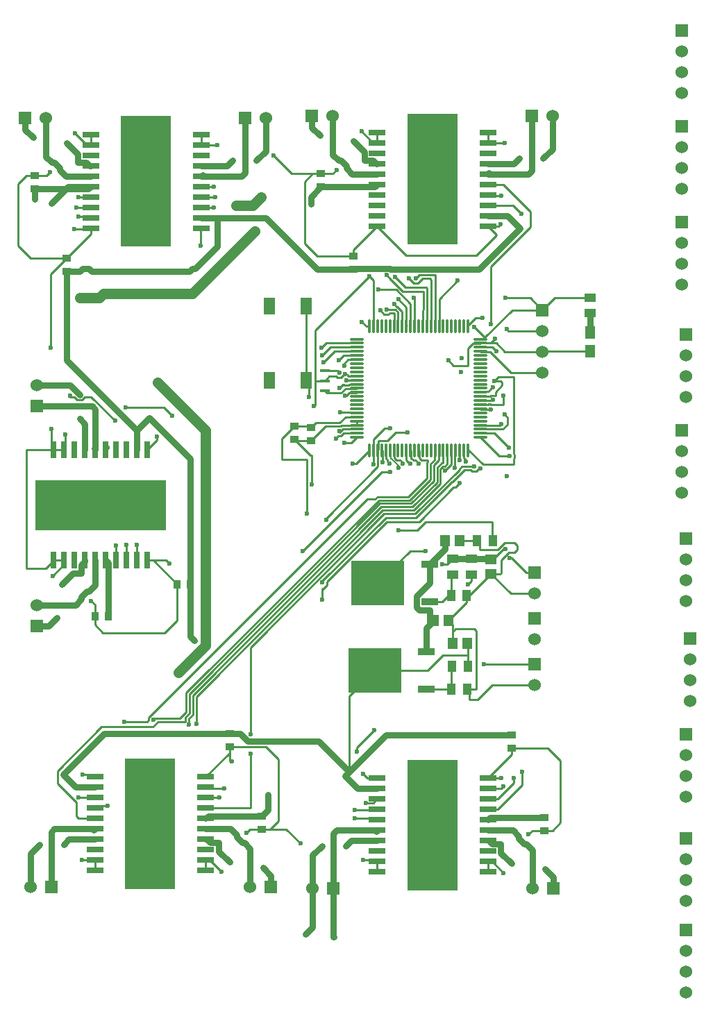
<source format=gtl>
G04 Layer_Physical_Order=1*
G04 Layer_Color=255*
%FSLAX25Y25*%
%MOIN*%
G70*
G01*
G75*
%ADD10R,0.03937X0.03543*%
%ADD11R,0.24400X0.63000*%
%ADD12R,0.08300X0.02500*%
%ADD13R,0.25590X0.21654*%
%ADD14R,0.08268X0.03740*%
%ADD15O,0.07087X0.01181*%
%ADD16O,0.01181X0.07087*%
%ADD17R,0.63000X0.24400*%
%ADD18R,0.02500X0.08300*%
%ADD19R,0.04528X0.05709*%
%ADD20R,0.04134X0.05512*%
%ADD21R,0.05512X0.04134*%
%ADD22R,0.05709X0.04528*%
%ADD23R,0.03543X0.03937*%
%ADD24R,0.04724X0.01575*%
%ADD25R,0.05512X0.08268*%
%ADD26R,0.05000X0.06000*%
%ADD27C,0.00984*%
%ADD28C,0.01000*%
%ADD29C,0.00800*%
%ADD30C,0.03000*%
%ADD31C,0.05000*%
%ADD32R,0.06000X0.06000*%
%ADD33C,0.06000*%
%ADD34R,0.06000X0.06000*%
%ADD35C,0.02362*%
D10*
X233000Y188150D02*
D03*
Y181850D02*
D03*
X154800Y410350D02*
D03*
Y416650D02*
D03*
X139300Y449850D02*
D03*
Y456150D02*
D03*
X276900Y450850D02*
D03*
Y457150D02*
D03*
X292400Y411350D02*
D03*
Y417650D02*
D03*
X272000Y328850D02*
D03*
Y335150D02*
D03*
X264000Y329701D02*
D03*
Y336000D02*
D03*
X248500Y148650D02*
D03*
Y142350D02*
D03*
X368500Y187500D02*
D03*
Y181201D02*
D03*
X384000Y148000D02*
D03*
Y141701D02*
D03*
D11*
X330500Y454500D02*
D03*
X192900Y453500D02*
D03*
X330400Y144350D02*
D03*
X194900Y145000D02*
D03*
D12*
X357100Y477000D02*
D03*
Y472000D02*
D03*
Y467000D02*
D03*
Y462000D02*
D03*
Y457000D02*
D03*
Y452000D02*
D03*
Y447000D02*
D03*
Y442000D02*
D03*
Y437000D02*
D03*
Y432000D02*
D03*
X303900D02*
D03*
Y437000D02*
D03*
Y442000D02*
D03*
Y447000D02*
D03*
Y452000D02*
D03*
Y457000D02*
D03*
Y462000D02*
D03*
Y467000D02*
D03*
Y472000D02*
D03*
Y477000D02*
D03*
X219500Y476000D02*
D03*
Y471000D02*
D03*
Y466000D02*
D03*
Y461000D02*
D03*
Y456000D02*
D03*
Y451000D02*
D03*
Y446000D02*
D03*
Y441000D02*
D03*
Y436000D02*
D03*
Y431000D02*
D03*
X166300D02*
D03*
Y436000D02*
D03*
Y441000D02*
D03*
Y446000D02*
D03*
Y451000D02*
D03*
Y456000D02*
D03*
Y461000D02*
D03*
Y466000D02*
D03*
Y471000D02*
D03*
Y476000D02*
D03*
X303800Y121850D02*
D03*
Y126850D02*
D03*
Y131850D02*
D03*
Y136850D02*
D03*
Y141850D02*
D03*
Y146850D02*
D03*
Y151850D02*
D03*
Y156850D02*
D03*
Y161850D02*
D03*
Y166850D02*
D03*
X357000D02*
D03*
Y161850D02*
D03*
Y156850D02*
D03*
Y151850D02*
D03*
Y146850D02*
D03*
Y141850D02*
D03*
Y136850D02*
D03*
Y131850D02*
D03*
Y126850D02*
D03*
Y121850D02*
D03*
X168300Y122500D02*
D03*
Y127500D02*
D03*
Y132500D02*
D03*
Y137500D02*
D03*
Y142500D02*
D03*
Y147500D02*
D03*
Y152500D02*
D03*
Y157500D02*
D03*
Y162500D02*
D03*
Y167500D02*
D03*
X221500D02*
D03*
Y162500D02*
D03*
Y157500D02*
D03*
Y152500D02*
D03*
Y147500D02*
D03*
Y142500D02*
D03*
Y137500D02*
D03*
Y132500D02*
D03*
Y127500D02*
D03*
Y122500D02*
D03*
D13*
X302740Y218524D02*
D03*
X304240Y260524D02*
D03*
D14*
X327543Y227500D02*
D03*
Y209547D02*
D03*
X329043Y269500D02*
D03*
Y251547D02*
D03*
D15*
X294051Y377776D02*
D03*
Y375807D02*
D03*
Y373839D02*
D03*
Y371870D02*
D03*
Y369902D02*
D03*
Y367933D02*
D03*
Y365965D02*
D03*
Y363996D02*
D03*
Y362028D02*
D03*
Y360059D02*
D03*
Y358090D02*
D03*
Y356122D02*
D03*
Y354153D02*
D03*
Y352185D02*
D03*
Y350217D02*
D03*
Y348248D02*
D03*
Y346280D02*
D03*
Y344311D02*
D03*
Y342342D02*
D03*
Y340374D02*
D03*
Y338405D02*
D03*
Y336437D02*
D03*
Y334469D02*
D03*
Y332500D02*
D03*
Y330532D02*
D03*
X353500D02*
D03*
Y332500D02*
D03*
Y334469D02*
D03*
Y336437D02*
D03*
Y338405D02*
D03*
Y340374D02*
D03*
Y342342D02*
D03*
Y344311D02*
D03*
Y346280D02*
D03*
Y348248D02*
D03*
Y350217D02*
D03*
Y352185D02*
D03*
Y354153D02*
D03*
Y356122D02*
D03*
Y358090D02*
D03*
Y360059D02*
D03*
Y362028D02*
D03*
Y363996D02*
D03*
Y365965D02*
D03*
Y367933D02*
D03*
Y369902D02*
D03*
Y371870D02*
D03*
Y373839D02*
D03*
Y375807D02*
D03*
Y377776D02*
D03*
D16*
X300153Y324429D02*
D03*
X302122D02*
D03*
X304090D02*
D03*
X306059D02*
D03*
X308028D02*
D03*
X309996D02*
D03*
X311965D02*
D03*
X313933D02*
D03*
X315902D02*
D03*
X317870D02*
D03*
X319839D02*
D03*
X321807D02*
D03*
X323776D02*
D03*
X325744D02*
D03*
X327713D02*
D03*
X329681D02*
D03*
X331650D02*
D03*
X333618D02*
D03*
X335587D02*
D03*
X337555D02*
D03*
X339524D02*
D03*
X341492D02*
D03*
X343461D02*
D03*
X345429D02*
D03*
X347398D02*
D03*
Y383878D02*
D03*
X345429D02*
D03*
X343461D02*
D03*
X341492D02*
D03*
X339524D02*
D03*
X337555D02*
D03*
X335587D02*
D03*
X333618D02*
D03*
X331650D02*
D03*
X329681D02*
D03*
X327713D02*
D03*
X325744D02*
D03*
X323776D02*
D03*
X321807D02*
D03*
X319839D02*
D03*
X317870D02*
D03*
X315902D02*
D03*
X313933D02*
D03*
X311965D02*
D03*
X309996D02*
D03*
X308028D02*
D03*
X306059D02*
D03*
X304090D02*
D03*
X302122D02*
D03*
X300153D02*
D03*
D17*
X171000Y298100D02*
D03*
D18*
X148500Y324700D02*
D03*
X153500D02*
D03*
X158500D02*
D03*
X163500D02*
D03*
X168500D02*
D03*
X173500D02*
D03*
X178500D02*
D03*
X183500D02*
D03*
X188500D02*
D03*
X193500D02*
D03*
Y271500D02*
D03*
X188500D02*
D03*
X183500D02*
D03*
X178500D02*
D03*
X173500D02*
D03*
X168500D02*
D03*
X163500D02*
D03*
X158500D02*
D03*
X153500D02*
D03*
X148500D02*
D03*
D19*
X347043Y231500D02*
D03*
X339957D02*
D03*
X331043Y242500D02*
D03*
X338130D02*
D03*
X336500Y281000D02*
D03*
X343587D02*
D03*
D20*
X339803Y220500D02*
D03*
X347284D02*
D03*
X347043Y209500D02*
D03*
X339563D02*
D03*
X346783Y254500D02*
D03*
X339303D02*
D03*
X359283Y281000D02*
D03*
X351803D02*
D03*
D21*
X349043Y264760D02*
D03*
Y272240D02*
D03*
X340043Y264760D02*
D03*
Y272240D02*
D03*
X406000Y397740D02*
D03*
Y390260D02*
D03*
D22*
X358543Y272043D02*
D03*
Y264957D02*
D03*
D23*
X174650Y244500D02*
D03*
X168350D02*
D03*
X214150Y260000D02*
D03*
X207850D02*
D03*
D24*
X278634Y353016D02*
D03*
Y357740D02*
D03*
Y362465D02*
D03*
D25*
X269905Y393653D02*
D03*
Y357827D02*
D03*
X252189D02*
D03*
Y393653D02*
D03*
D26*
X406000Y381000D02*
D03*
Y372000D02*
D03*
D27*
X292500Y417500D02*
Y420600D01*
X288910Y358090D02*
X294051D01*
X359087Y271500D02*
X365142Y277555D01*
X346500Y318969D02*
Y319715D01*
X343110Y319500D02*
X343500D01*
X354715Y317500D02*
X369500D01*
X347786Y324429D02*
X354715Y317500D01*
X362531Y321500D02*
X367500D01*
X369773Y320558D02*
Y322442D01*
X369500Y320285D02*
X369773Y320558D01*
X369500Y317500D02*
Y320285D01*
X353500Y330532D02*
X362531Y321500D01*
X369500Y322715D02*
X369773Y322442D01*
X279500Y291785D02*
X304273Y316558D01*
Y318442D01*
X304273Y318442D02*
X304273Y318442D01*
X304273Y318442D02*
Y319488D01*
X302000Y317500D02*
Y324307D01*
X279500Y291000D02*
Y291785D01*
X304273Y319488D02*
X304273Y319488D01*
X302000Y324307D02*
X302122Y324429D01*
X304273Y319488D02*
Y324247D01*
X358339Y375807D02*
X360500Y377969D01*
X288000Y365000D02*
Y366000D01*
X357000Y151850D02*
X361850D01*
X373500Y163500D01*
Y170000D01*
X369500Y322715D02*
Y359500D01*
X274000Y357500D02*
Y382000D01*
X300000Y408000D01*
X303900Y472000D02*
Y477000D01*
X166300Y471000D02*
Y476000D01*
X305500Y391500D02*
X307273Y389727D01*
X304090Y324429D02*
X304273Y324247D01*
X347500Y364968D02*
Y373171D01*
X365500Y277000D02*
Y277197D01*
X365142Y277555D02*
X365500Y277197D01*
X367500Y272500D02*
X368500D01*
X375500Y265500D01*
X358543Y272043D02*
X359087Y271500D01*
X337303Y269500D02*
X340043Y272240D01*
X335000Y269500D02*
X337303D01*
X296500Y386000D02*
X298622Y383878D01*
X300153D01*
X362000Y359500D02*
X369500D01*
X347398Y324429D02*
X347786D01*
X288910Y358090D02*
X289000Y358000D01*
X288735Y354127D02*
X294024D01*
X294051Y354153D01*
X286576Y351967D02*
X288735Y354127D01*
X342824Y320293D02*
X343461Y320929D01*
X342824Y319786D02*
Y320293D01*
X345429Y320786D02*
X346500Y319715D01*
X345429Y320786D02*
Y324429D01*
X342824Y319786D02*
X343110Y319500D01*
X290401Y351899D02*
X293765D01*
X289416Y350914D02*
X290401Y351899D01*
X219500Y446000D02*
X226000D01*
X274240Y357740D02*
X278634D01*
X274000Y357500D02*
X274240Y357740D01*
X274000Y346000D02*
Y357500D01*
X273500Y345500D02*
X274000Y346000D01*
X360000Y357500D02*
X362000Y359500D01*
X359248Y348248D02*
X359500Y348500D01*
X359130Y373839D02*
X361000Y371969D01*
X361161Y375807D02*
X365228Y371740D01*
X358339Y375807D02*
X361161D01*
X178500Y271500D02*
Y278500D01*
X183500Y271500D02*
Y279000D01*
X360572Y350642D02*
X360643D01*
X360442Y350773D02*
X360572Y350642D01*
X358558Y350773D02*
X360442D01*
X358002Y350217D02*
X358558Y350773D01*
X353500Y350217D02*
X358002D01*
X353500Y348248D02*
X359248D01*
X359000Y354500D02*
X359500D01*
X358135Y353635D02*
X359000Y354500D01*
X363727Y355512D02*
Y357000D01*
X360643Y352428D02*
X363727Y355512D01*
X360643Y350642D02*
Y352428D01*
X358135Y353457D02*
Y353635D01*
X357150Y352471D02*
X358135Y353457D01*
X353786Y352471D02*
X357150D01*
X353500Y352185D02*
X353786Y352471D01*
X360000Y357500D02*
X363227D01*
X363727Y357000D01*
X369000Y442000D02*
X373000Y438000D01*
X357100Y442000D02*
X369000D01*
X357100Y432000D02*
X362000D01*
X363000Y433000D01*
X357100Y472000D02*
X365000D01*
X357100D02*
Y477000D01*
X377287Y397500D02*
X383047Y391740D01*
X365500Y397500D02*
X377287D01*
X321500D02*
X321807Y397193D01*
Y383878D02*
Y397193D01*
X304500Y401500D02*
X304511Y401511D01*
X313011D01*
X319839Y394684D01*
Y383878D02*
Y394684D01*
X314000Y397000D02*
X317870Y393130D01*
Y383878D02*
Y393130D01*
X312000Y394500D02*
X313113Y393387D01*
X313563D01*
X315902Y391049D01*
Y383878D02*
Y391049D01*
X308697Y391803D02*
X312907D01*
X309442Y389727D02*
X309934Y390219D01*
X312250D01*
Y384164D02*
Y390219D01*
X308500Y392000D02*
X308697Y391803D01*
X307273Y389727D02*
X309442D01*
X312907Y391803D02*
X313933Y390777D01*
Y383878D02*
Y390777D01*
X219500Y441000D02*
X225500D01*
X165800Y436500D02*
X166300Y436000D01*
X160500Y436500D02*
X165800D01*
X159500Y441000D02*
X166300D01*
X160500Y446000D02*
X166300D01*
X317870Y383878D02*
X318156Y384164D01*
X311965Y383878D02*
X312250Y384164D01*
X288000Y366000D02*
X289933Y367933D01*
X287902Y369902D02*
X294051D01*
X285500Y367500D02*
X287902Y369902D01*
X289933Y367933D02*
X294051D01*
X365228Y371740D02*
X383047D01*
X304090Y324429D02*
X304376Y324715D01*
Y329065D01*
X308726D01*
X312630Y332968D01*
X318500D01*
X302122Y324429D02*
Y329591D01*
X307500Y334968D01*
X310000D01*
X343461Y320929D02*
Y324429D01*
X353500Y375807D02*
X358339D01*
X353500Y373839D02*
X359130D01*
X302122Y383878D02*
Y390846D01*
X302000Y390968D02*
X302122Y390846D01*
X284692Y351967D02*
X286576D01*
X284691Y351969D02*
X284692Y351967D01*
X279681Y351969D02*
X284691D01*
X278634Y353016D02*
X279681Y351969D01*
X269905Y357827D02*
X271000Y356732D01*
Y349969D02*
Y356732D01*
X286000Y342469D02*
X293925D01*
X294051Y342342D01*
X293765Y351899D02*
X294051Y352185D01*
X289416Y350884D02*
Y350914D01*
X289000Y350468D02*
X289416Y350884D01*
X288500Y350468D02*
X289000D01*
X340500Y364968D02*
X347500D01*
Y373171D02*
X349850Y375521D01*
X353214D01*
X353500Y375807D01*
X338000Y367469D02*
X340500Y364968D01*
X375500Y265500D02*
X379500D01*
X304240Y260524D02*
X319717Y276000D01*
X327000D01*
X302000Y390968D02*
Y406000D01*
X300000Y408000D02*
X302000Y406000D01*
X292500Y420600D02*
X303900Y432000D01*
X317900Y418000D01*
X351500D01*
X361000Y427500D01*
Y428100D01*
X357100Y432000D02*
X361000Y428100D01*
X188500Y271500D02*
Y279000D01*
X383307Y372000D02*
X406000D01*
X383047Y371740D02*
X383307Y372000D01*
X389047Y397740D02*
X406000D01*
X383047Y391740D02*
X389047Y397740D01*
D28*
X156000Y350000D02*
X158423D01*
X233000Y175000D02*
Y179000D01*
X350500Y383498D02*
X355500Y378498D01*
X285633Y332800D02*
X287301Y334469D01*
X309906Y317906D02*
Y318094D01*
X313233Y319786D02*
X314889D01*
X312243Y320776D02*
X313233Y319786D01*
X312243Y320776D02*
Y324151D01*
X316095Y318095D02*
Y318580D01*
X317870Y319545D02*
X319582Y317833D01*
X317870Y319545D02*
Y324429D01*
X306000Y314000D02*
X310000D01*
X344600Y316500D02*
X350500D01*
X351445Y314219D02*
X352726Y315500D01*
X349555Y314219D02*
X351445D01*
X348874Y314900D02*
X349555Y314219D01*
X345900Y314900D02*
X348874D01*
X340243Y309243D02*
X345900Y314900D01*
X343281Y315181D02*
X344600Y316500D01*
X341214Y320776D02*
Y324151D01*
X340979Y320541D02*
X341214Y320776D01*
X352726Y315500D02*
X353500D01*
X360000Y332500D02*
X367000Y325500D01*
X323802Y317802D02*
Y318198D01*
X322214Y319786D02*
X323802Y318198D01*
X325044Y319786D02*
X328000D01*
X324054Y320776D02*
X325044Y319786D01*
X321107D02*
X322214D01*
X320612Y320281D02*
X321107Y319786D01*
X320116Y320281D02*
X320612D01*
X320116D02*
Y324151D01*
X319839Y324429D02*
X320116Y324151D01*
X319582Y317833D02*
X319833D01*
X314889Y319786D02*
X316095Y318580D01*
X311965Y324429D02*
X312243Y324151D01*
X308827Y319173D02*
X309906Y318094D01*
X306337Y318945D02*
X306546Y318736D01*
X268000Y276000D02*
X306000Y314000D01*
X306337Y318945D02*
Y324151D01*
X308827Y319173D02*
Y319681D01*
X308028Y320480D02*
X308827Y319681D01*
X308028Y320480D02*
Y324429D01*
X306059D02*
X306337Y324151D01*
X355500Y378498D02*
X368742Y391740D01*
X383047D01*
X365000Y341500D02*
X366408Y340092D01*
X362937Y336437D02*
X363500Y337000D01*
X364194Y334469D02*
X366408Y336682D01*
X353500Y334469D02*
X364194D01*
X353500Y336437D02*
X362937D01*
X366408Y336682D02*
Y340092D01*
X341000Y316000D02*
Y316737D01*
X322226Y294000D02*
X343281Y315055D01*
X341000Y316737D02*
X341124Y316861D01*
X339783Y309243D02*
X340243D01*
X292000Y318000D02*
X293724D01*
X300153Y324429D01*
X288000Y328000D02*
X291520D01*
X294051Y330532D01*
X287726Y332500D02*
X294051D01*
X286426Y331200D02*
X287726Y332500D01*
X285200Y331200D02*
X286426D01*
X284000Y330000D02*
X285200Y331200D01*
X285633Y332800D02*
Y333633D01*
X272000Y335150D02*
X274364Y337514D01*
X272000Y328850D02*
X279063Y335914D01*
X286484D01*
X274364Y337514D02*
X285821D01*
X288681Y340374D01*
X286484Y335914D02*
X286729Y336159D01*
X287301Y334469D02*
X294051D01*
X272500Y308000D02*
Y322000D01*
X264850Y328850D02*
X271701Y322000D01*
X264000Y329701D02*
X264850Y328850D01*
X271701Y322000D02*
X272500D01*
X264850Y328850D02*
X272000D01*
X293773Y336159D02*
X294051Y336437D01*
X286729Y336159D02*
X293773D01*
X294051Y336437D02*
Y338405D01*
X270000Y294000D02*
Y320000D01*
X258000D02*
X270000D01*
X258000D02*
Y330000D01*
X264000Y336000D01*
X271150D02*
X272000Y335150D01*
X264000Y336000D02*
X271150D01*
X277500Y370000D02*
X281339Y373839D01*
X327819Y318496D02*
X328000Y318677D01*
Y319786D01*
X323776Y324429D02*
X324054Y324151D01*
Y320776D02*
Y324151D01*
X327819Y310907D02*
Y318496D01*
X318912Y302000D02*
X327819Y310907D01*
X303949Y302000D02*
X318912D01*
X302774Y300825D02*
X303949Y302000D01*
X299099Y300825D02*
X302774D01*
X194219Y195945D02*
X299099Y300825D01*
X194219Y194872D02*
Y195945D01*
X320238Y298800D02*
X331019Y309581D01*
X305275Y298800D02*
X320238D01*
X213800Y207326D02*
X305275Y298800D01*
X213800Y198063D02*
Y207326D01*
X211900Y196163D02*
X213800Y198063D01*
X211900Y194126D02*
Y196163D01*
X211829Y194055D02*
X211900Y194126D01*
X198781Y194055D02*
X211829D01*
X196226Y191500D02*
X198781Y194055D01*
X171500Y191500D02*
X196226D01*
X319575Y300400D02*
X329419Y310244D01*
X304612Y300400D02*
X319575D01*
X212200Y207988D02*
X304612Y300400D01*
X212200Y198725D02*
Y207988D01*
X209130Y195655D02*
X212200Y198725D01*
X197155Y195655D02*
X209130D01*
X331019Y309581D02*
Y317170D01*
X329419Y310244D02*
Y317833D01*
X331372Y319786D01*
X196500Y195000D02*
X197155Y195655D01*
X331019Y317170D02*
X333340Y319492D01*
Y324151D01*
X321563Y295600D02*
X334219Y308256D01*
X306600Y295600D02*
X321563D01*
X217000Y206000D02*
X306600Y295600D01*
X217000Y193000D02*
Y206000D01*
X307263Y294000D02*
X322226D01*
X243000Y229737D02*
X307263Y294000D01*
X243000Y188000D02*
Y229737D01*
X320901Y297200D02*
X332619Y308918D01*
X305937Y297200D02*
X320901D01*
X215400Y206663D02*
X305937Y297200D01*
X213500Y192500D02*
Y195500D01*
X332619Y308918D02*
Y316108D01*
X215400Y197400D02*
Y206663D01*
X213500Y195500D02*
X215400Y197400D01*
X334219Y308256D02*
Y315445D01*
X322489Y292000D02*
X339757Y309269D01*
X308000Y292000D02*
X322489D01*
X277500Y261500D02*
X308000Y292000D01*
X277500Y258000D02*
X277869Y257631D01*
X359000Y126850D02*
X364500Y121350D01*
X361850Y156850D02*
X369500Y164500D01*
X357000Y156850D02*
X361850D01*
X369500Y164500D02*
Y167000D01*
X359000Y281283D02*
X359283Y281000D01*
X359000Y281283D02*
Y290000D01*
X327000D02*
X359000D01*
X323000Y286000D02*
X327000Y290000D01*
X314000Y286000D02*
X323000D01*
X347500Y260000D02*
X349043Y261543D01*
Y264760D01*
X365110Y279836D02*
X369726D01*
X363219Y277945D02*
X365110Y279836D01*
X363219Y277884D02*
Y277945D01*
X361835Y276500D02*
X363219Y277884D01*
X369726Y279836D02*
X371062Y278500D01*
Y276610D02*
Y278500D01*
X369726Y275274D02*
X371062Y276610D01*
X367048Y275274D02*
X369726D01*
X363543Y271769D02*
X367048Y275274D01*
X363543Y265500D02*
Y271769D01*
X353043Y276500D02*
X361835D01*
X363000Y264957D02*
X363543Y265500D01*
X353500Y332500D02*
X360000D01*
X284689Y359459D02*
X286579D01*
X290348Y356122D02*
X294051D01*
X289945Y355719D02*
X290348Y356122D01*
X288055Y355719D02*
X289945D01*
X287652Y356122D02*
X288055Y355719D01*
X287516Y356122D02*
X287652D01*
X286579Y359459D02*
X287901Y360781D01*
X290226Y360000D02*
X293992D01*
X289445Y360781D02*
X290226Y360000D01*
X293992D02*
X294051Y360059D01*
X284148Y360000D02*
X284689Y359459D01*
X280894Y360000D02*
X284148D01*
X278634Y357740D02*
X280894Y360000D01*
X363350Y161850D02*
X364500Y163000D01*
X357000Y161850D02*
X363350D01*
X347398Y384366D02*
X351000Y387968D01*
X347398Y383878D02*
Y384366D01*
X351000Y387968D02*
X354500D01*
X303150Y147500D02*
X303800Y146850D01*
X293000Y147500D02*
X303150D01*
X277500Y252500D02*
Y258000D01*
X277869Y257631D02*
X279781Y259544D01*
Y261242D01*
X308539Y290000D01*
X324000D01*
X340500Y306500D01*
X341500D01*
X343500Y308500D01*
X303450Y151500D02*
X303800Y151850D01*
X293000Y151500D02*
X303450D01*
X277500Y261000D02*
Y261500D01*
X339757Y309269D02*
X339783Y309243D01*
X358405Y344033D02*
X358500Y343938D01*
X336281Y316781D02*
X337555Y318055D01*
X335555Y316781D02*
X336281D01*
X334219Y315445D02*
X335555Y316781D01*
X335587Y318587D02*
Y324429D01*
X335381Y318381D02*
X335587Y318587D01*
X334892Y318381D02*
X335381D01*
X332619Y316108D02*
X334892Y318381D01*
X331372Y319786D02*
Y324151D01*
X336500Y314500D02*
Y314726D01*
X339379Y317605D02*
Y324284D01*
X336500Y314726D02*
X339379Y317605D01*
X343281Y315055D02*
Y315181D01*
X341124Y316861D02*
Y318186D01*
X340979Y318331D02*
X341124Y318186D01*
X340979Y318331D02*
Y320541D01*
X341214Y324151D02*
X341492Y324429D01*
X339379Y324284D02*
X339524Y324429D01*
X337555Y318055D02*
Y324429D01*
X294000Y179500D02*
Y181500D01*
X302500Y190000D01*
X363350Y166850D02*
X363500Y167000D01*
X357000Y166850D02*
X363350D01*
X357000D02*
X368500Y178350D01*
Y181201D01*
X357000Y121850D02*
Y126850D01*
X302050Y155100D02*
X303800Y156850D01*
X298600Y155100D02*
X302050D01*
X290500Y170000D02*
Y206283D01*
Y169850D02*
Y170000D01*
Y206283D02*
X302740Y218524D01*
X297000Y169000D02*
X299150Y166850D01*
X303800D01*
Y121850D02*
Y126850D01*
X252462Y142350D02*
X260150D01*
X248500D02*
X252462D01*
X303150Y127500D02*
X303800Y126850D01*
X297000Y127500D02*
X303150D01*
X260150Y142350D02*
X267000Y135500D01*
X233000Y179000D02*
Y181850D01*
X221500Y167500D02*
X233000Y179000D01*
X221500Y122500D02*
Y127500D01*
X353500Y344311D02*
X353778Y344033D01*
X358405D01*
X358555Y346219D02*
X360445D01*
X358118Y346656D02*
X358555Y346219D01*
X357430Y346656D02*
X358118D01*
X356993Y346219D02*
X357430Y346656D01*
X353561Y346219D02*
X356993D01*
X243000Y152500D02*
Y178500D01*
X221500Y152500D02*
X243000D01*
X167300Y168500D02*
X168300Y167500D01*
X162500Y168500D02*
X167300D01*
X162000Y127500D02*
X168300D01*
Y122500D02*
Y127500D01*
X196350Y271500D02*
X202500D01*
X196350D02*
X207850Y260000D01*
X193500Y271500D02*
X196350D01*
X202500D02*
X204000Y270000D01*
X221500Y157500D02*
X228000D01*
X221500Y162500D02*
X222000Y162000D01*
X230500D01*
X150400Y170400D02*
X171500Y191500D01*
X150400Y164374D02*
Y170400D01*
Y164374D02*
X159500Y155274D01*
X160500Y147500D02*
X168300D01*
X159500Y148500D02*
X160500Y147500D01*
X159500Y148500D02*
Y155274D01*
X193347Y194000D02*
X194219Y194872D01*
X182500Y194000D02*
X193347D01*
X333340Y324151D02*
X333618Y324429D01*
X168300Y152500D02*
X169300Y153500D01*
X174500D01*
X331372Y324151D02*
X331650Y324429D01*
X160500Y157500D02*
X168300D01*
X285634Y354240D02*
X287516Y356122D01*
X284910Y362465D02*
X285634Y361740D01*
X278634Y362465D02*
X284910D01*
X153500Y324700D02*
X154000Y325200D01*
Y332000D01*
X156000Y350000D02*
X156500Y350500D01*
X158423Y350000D02*
X159923Y348500D01*
X162077D01*
X163577Y350000D01*
X166500D01*
X178000Y338500D01*
X183000Y345000D02*
X201500D01*
X205500Y341000D01*
X198000Y329200D02*
Y331000D01*
X193500Y324700D02*
X198000Y329200D01*
X148500Y271500D02*
X153500D01*
X148500Y271400D02*
Y271500D01*
X144800Y267700D02*
X148500Y271400D01*
X135300Y267700D02*
X144800D01*
X135300D02*
Y324700D01*
X148500D01*
X153500D01*
X147500Y325700D02*
X148500Y324700D01*
X147500Y325700D02*
Y334500D01*
X147000Y373500D02*
Y408850D01*
X154800Y416650D01*
X166300Y428150D01*
Y431000D01*
X165800Y430500D02*
X166300Y431000D01*
X158500Y430500D02*
X165800D01*
X219500Y451000D02*
X225500D01*
X219000Y430500D02*
X219500Y431000D01*
X219000Y422500D02*
Y430500D01*
X219500Y471000D02*
Y476000D01*
X272938Y457150D02*
X276900D01*
X262850D02*
X272938D01*
X219500Y471000D02*
X227000D01*
X254000Y466000D02*
X262850Y457150D01*
X360445Y346219D02*
X360506Y346280D01*
X364280Y350279D02*
X364500Y350500D01*
X358143Y371592D02*
X367995Y361740D01*
X353778Y371592D02*
X358143D01*
X353500Y346280D02*
X353561Y346219D01*
X360506Y346280D02*
X364280D01*
X357100Y452000D02*
X364500D01*
X377500Y439000D01*
Y431500D02*
Y439000D01*
X358500Y412500D02*
X377500Y431500D01*
X358500Y385000D02*
Y412500D01*
X364280Y346280D02*
Y350279D01*
X308500Y408500D02*
X310219Y406781D01*
Y406555D02*
Y406781D01*
Y406555D02*
X316274Y400500D01*
X326113D01*
Y392076D02*
Y400500D01*
X325744Y391707D02*
X326113Y392076D01*
X325744Y383878D02*
Y391707D01*
X312500Y407500D02*
X317500Y402500D01*
X327500D01*
X327713Y402287D01*
Y383878D02*
Y402287D01*
X319000Y407000D02*
X319274D01*
X321555Y404719D01*
X323445D01*
X325726Y407000D01*
X329000D01*
X329681Y406319D01*
X322500Y407000D02*
X324250Y408750D01*
X331750D01*
X331650Y408650D02*
X331750Y408750D01*
X329681Y383878D02*
Y406319D01*
X331650Y383878D02*
Y408650D01*
X333618Y383878D02*
Y397118D01*
X347284Y226000D02*
Y231260D01*
X335543Y226000D02*
X347284D01*
X328067Y218524D02*
X335543Y226000D01*
X302740Y218524D02*
X328067D01*
X347043Y231500D02*
X347284Y231260D01*
X341543Y238500D02*
X350543D01*
X351543Y237500D01*
Y209500D02*
Y237500D01*
X347043Y209500D02*
X351543D01*
X339563Y220260D02*
X339803Y220500D01*
X339563Y209500D02*
Y220260D01*
X327543Y209547D02*
X327590Y209500D01*
X339563D01*
X358543Y264957D02*
X363000D01*
X353043Y276500D02*
Y279760D01*
X351803Y281000D02*
X353043Y279760D01*
X351803Y281000D02*
X351803Y281000D01*
X343587Y281000D02*
X351803D01*
X348087Y254500D02*
X358543Y264957D01*
X346783Y254500D02*
X348087D01*
X339303Y264020D02*
X340043Y264760D01*
X339303Y254500D02*
Y264020D01*
X338130Y242500D02*
X346783Y251153D01*
Y254500D01*
X329043Y251547D02*
X329090Y251500D01*
X335043D01*
X338043Y254500D01*
X339303D01*
X368500Y181201D02*
X385837D01*
X131431Y422681D02*
Y452243D01*
X144950Y456150D02*
X146800Y458000D01*
X139300Y456150D02*
X144950D01*
X131431Y452243D02*
X135338Y456150D01*
X139300D01*
X158800Y476500D02*
X164300Y471000D01*
X166300D01*
X131431Y422681D02*
X137463Y416650D01*
X154800D01*
X269032Y423681D02*
Y453243D01*
Y423681D02*
X275063Y417650D01*
X269032Y453243D02*
X272938Y457150D01*
X275063Y417650D02*
X292400D01*
X276900Y457150D02*
X282550D01*
X284400Y459000D01*
X296400Y477500D02*
X301900Y472000D01*
X303900D01*
X391868Y145607D02*
Y175169D01*
X387962Y141701D02*
X391868Y145607D01*
X385837Y181201D02*
X391868Y175169D01*
X376500Y139850D02*
X378350Y141701D01*
X384000D02*
X387962D01*
X378350D02*
X384000D01*
X357000Y126850D02*
X359000D01*
X233000Y181850D02*
X250337D01*
X256368Y175819D01*
Y146257D02*
Y175819D01*
X252462Y142350D02*
X256368Y146257D01*
X242850Y142350D02*
X248500D01*
X241000Y140500D02*
X242850Y142350D01*
X223500Y127500D02*
X229000Y122000D01*
X221500Y127500D02*
X223500D01*
X207850Y242663D02*
Y260000D01*
X201819Y236631D02*
X207850Y242663D01*
X172257Y236631D02*
X201819D01*
X168350Y240538D02*
X172257Y236631D01*
X168350Y240538D02*
Y244500D01*
Y250150D01*
X166500Y252000D02*
X168350Y250150D01*
X148000Y264000D02*
X153500Y269500D01*
Y271500D01*
X353500Y371870D02*
X353778Y371592D01*
X366728Y381740D02*
X383047D01*
X366000Y382469D02*
X366728Y381740D01*
X288681Y340374D02*
X294051D01*
X367995Y361740D02*
X383047D01*
X368000Y255500D02*
X379500D01*
X358543Y264957D02*
X368000Y255500D01*
X338130Y242500D02*
X339957Y240673D01*
Y231500D02*
Y236913D01*
Y240673D01*
Y236913D02*
X341543Y238500D01*
X355000Y221500D02*
X379500D01*
X359000Y211500D02*
X379500D01*
X352000Y204500D02*
X359000Y211500D01*
X348000Y204500D02*
X352000D01*
X348000D02*
Y208543D01*
X347043Y209500D02*
X348000Y208543D01*
X269905Y357827D02*
Y393653D01*
X333618Y397118D02*
X342500Y406000D01*
X357600Y446500D02*
X363500D01*
X357100Y447000D02*
X357600Y446500D01*
X279307Y375807D02*
X294051D01*
X277000Y373500D02*
X279307Y375807D01*
X281339Y373839D02*
X294051D01*
X283370Y371870D02*
X294051D01*
X278000Y366500D02*
X283370Y371870D01*
X233000Y175000D02*
X234000D01*
X347284Y220500D02*
Y226000D01*
D29*
X310622Y320276D02*
X314000Y316897D01*
X310328Y320276D02*
X310622D01*
X310328D02*
Y324098D01*
X314000Y316000D02*
Y316897D01*
X309996Y324429D02*
X310328Y324098D01*
D30*
X172650Y188150D02*
X233000D01*
X378500Y148000D02*
X384000D01*
X358150D02*
X378500D01*
X363250Y131100D02*
X368500Y125850D01*
X363250Y131100D02*
Y135200D01*
X329043Y240500D02*
X331043Y242500D01*
X327543Y239000D02*
X329043Y240500D01*
X324040Y247577D02*
X329043D01*
X322809Y248807D02*
X324040Y247577D01*
X322809Y248807D02*
Y254287D01*
X329043Y260521D01*
Y269500D01*
X336500Y276957D01*
X340500Y272240D02*
X349043D01*
X336500Y276957D02*
Y281000D01*
X288500Y167850D02*
X294500Y161850D01*
X290500Y169850D02*
X308150Y187500D01*
X288500Y167850D02*
X290500Y169850D01*
X275781Y184719D02*
X290500Y170000D01*
X241641Y184719D02*
X275781D01*
X238210Y188150D02*
X241641Y184719D01*
X233000Y188150D02*
X238210D01*
X251500Y151650D02*
Y159000D01*
X240100Y135900D02*
X242900Y133100D01*
X239095Y135900D02*
X240100D01*
X236400Y138595D02*
X239095Y135900D01*
X236400Y138595D02*
Y139600D01*
X233500Y142500D02*
X236400Y139600D01*
X214150Y234850D02*
X216000Y233000D01*
X214150Y234850D02*
Y260000D01*
X227150Y422350D02*
Y435350D01*
X139300Y449850D02*
X139500Y449650D01*
Y445000D02*
Y449650D01*
X272000Y442500D02*
Y445950D01*
X276900Y450850D01*
X155500Y451000D02*
X166300D01*
X219500Y456000D02*
X238900D01*
X226500Y436000D02*
X250500D01*
X219500D02*
X226500D01*
X227150Y435350D01*
X250500Y436000D02*
X275150Y411350D01*
X292400D01*
X292831Y411781D02*
X309859D01*
X292400Y411350D02*
X292831Y411781D01*
X310290Y411350D02*
X352750D01*
X309859Y411781D02*
X310290Y411350D01*
X349043Y272240D02*
X358347D01*
X358543Y272043D01*
X219500Y456000D02*
X220000Y456500D01*
X238900Y456000D02*
X240400Y457500D01*
X245900Y463500D02*
X250400Y468000D01*
X231900Y461000D02*
X234400Y463500D01*
X219500Y461000D02*
X231900D01*
X144900Y465400D02*
Y484000D01*
X134900Y478400D02*
Y484000D01*
Y478400D02*
X138800Y474500D01*
X154800Y472000D02*
X160050Y466750D01*
Y462650D02*
Y466750D01*
Y462650D02*
X164150D01*
X165800Y461000D01*
X166300D01*
X154300Y456000D02*
X166300D01*
X144900Y465400D02*
X147700Y462600D01*
X148705D01*
X151400Y459905D01*
Y458900D02*
Y459905D01*
Y458900D02*
X154300Y456000D01*
X165150Y449850D02*
X166300Y451000D01*
X352750Y411350D02*
X372400Y431000D01*
X366400Y437000D02*
X372400Y431000D01*
X357100Y437000D02*
X366400D01*
X282500Y466400D02*
X285300Y463600D01*
X286305D01*
X282500Y466400D02*
Y485000D01*
X289000Y459900D02*
X291900Y457000D01*
X303900D01*
X286305Y463600D02*
X289000Y460905D01*
Y459900D02*
Y460905D01*
X272500Y479400D02*
X276400Y475500D01*
X272500Y479400D02*
Y485000D01*
X301750Y463650D02*
X303400Y462000D01*
X303900D01*
X292400Y473000D02*
X297650Y467750D01*
Y463650D02*
X301750D01*
X297650D02*
Y467750D01*
X357100Y462000D02*
X369500D01*
X372000Y464500D01*
X383500D02*
X388000Y469000D01*
Y485000D01*
X357100Y457000D02*
X376500D01*
X378000Y458500D01*
Y485000D01*
X357100Y457000D02*
X357600Y457500D01*
X357000Y146850D02*
X358150Y148000D01*
X308150Y187500D02*
X368500D01*
X294500Y161850D02*
X303800D01*
X375600Y135250D02*
X378400Y132450D01*
X374595Y135250D02*
X375600D01*
X378400Y113850D02*
Y132450D01*
X369000Y141850D02*
X371900Y138950D01*
X357000Y141850D02*
X369000D01*
X371900Y137945D02*
X374595Y135250D01*
X371900Y137945D02*
Y138950D01*
X384500Y123350D02*
X388400Y119450D01*
Y113850D02*
Y119450D01*
X357500Y136850D02*
X359150Y135200D01*
X357000Y136850D02*
X357500D01*
X359150Y135200D02*
X363250D01*
X291400Y136850D02*
X303800D01*
X288900Y134350D02*
X291400Y136850D01*
X272900Y129850D02*
X277400Y134350D01*
X272900Y113850D02*
Y129850D01*
X284400Y141850D02*
X303800D01*
X282900Y140350D02*
X284400Y141850D01*
X282900Y113850D02*
Y140350D01*
X303300Y141350D02*
X303800Y141850D01*
X221500Y147500D02*
X222650Y148650D01*
X153000Y168500D02*
X172650Y188150D01*
X159000Y162500D02*
X168300D01*
X153000Y168500D02*
X159000Y162500D01*
X242900Y114500D02*
Y133100D01*
X221500Y142500D02*
X233500D01*
X249000Y124000D02*
X252900Y120100D01*
Y114500D02*
Y120100D01*
X222000Y137500D02*
X223650Y135850D01*
X221500Y137500D02*
X222000D01*
X227750Y131750D02*
X233000Y126500D01*
X223650Y135850D02*
X227750D01*
Y131750D02*
Y135850D01*
X155900Y137500D02*
X168300D01*
X153400Y135000D02*
X155900Y137500D01*
X137400Y130500D02*
X141900Y135000D01*
X137400Y114500D02*
Y130500D01*
X148900Y142500D02*
X168300D01*
X147400Y141000D02*
X148900Y142500D01*
X147400Y114500D02*
Y141000D01*
X167800Y142000D02*
X168300Y142500D01*
X173500Y271500D02*
X174650Y270350D01*
X214150Y260000D02*
Y320350D01*
X194500Y340000D02*
X214150Y320350D01*
X188500Y324700D02*
Y334000D01*
X194500Y340000D01*
X159100Y250100D02*
X161900Y252900D01*
Y253905D01*
X140500Y250100D02*
X159100D01*
X165600Y256600D02*
X168500Y259500D01*
Y271500D01*
X161900Y253905D02*
X164595Y256600D01*
X165600D01*
X146100Y240100D02*
X150000Y244000D01*
X140500Y240100D02*
X146100D01*
X161850Y269350D02*
X163500Y271000D01*
Y271500D01*
X152500Y260000D02*
X157750Y265250D01*
X161850D02*
Y269350D01*
X157750Y265250D02*
X161850D01*
X163500Y324700D02*
Y337100D01*
X161000Y339600D02*
X163500Y337100D01*
X156500Y355600D02*
X161000Y351100D01*
X140500Y355600D02*
X156500D01*
X168500Y324700D02*
Y344100D01*
X167000Y345600D02*
X168500Y344100D01*
X140500Y345600D02*
X167000D01*
X168000Y325200D02*
X168500Y324700D01*
X327543Y227500D02*
Y239000D01*
X276900Y450850D02*
X302750D01*
X303900Y452000D01*
X248500Y148650D02*
X251500Y151650D01*
X208500Y217500D02*
Y218000D01*
X213736Y410350D02*
X214986Y411600D01*
X216400D01*
X227150Y422350D01*
X154800Y410350D02*
X161259D01*
X162509Y411600D01*
X165491D01*
X166741Y410350D01*
X213736D01*
X154800Y367700D02*
X188500Y334000D01*
X154800Y367700D02*
Y410350D01*
X250400Y468000D02*
Y484000D01*
X240400Y457500D02*
Y484000D01*
X272900Y95400D02*
Y113850D01*
X269500Y92000D02*
X272900Y95400D01*
X282900Y90600D02*
Y113850D01*
Y90600D02*
X283000Y90500D01*
X174650Y244500D02*
Y270350D01*
X222650Y148650D02*
X248500D01*
X139300Y449850D02*
X165150D01*
X147500Y443000D02*
X155500Y451000D01*
X329043Y240500D02*
Y247577D01*
X406000Y381000D02*
Y390260D01*
Y381000D02*
X406000Y381000D01*
D31*
X236000Y442000D02*
X244000D01*
X248000Y446000D01*
X198500Y357000D02*
X221500Y334000D01*
Y230500D02*
Y334000D01*
X208500Y217500D02*
X221500Y230500D01*
X215000Y399500D02*
X245000Y429500D01*
X172500Y399500D02*
X215000D01*
X170500Y397500D02*
X172500Y399500D01*
X161000Y397500D02*
X170500D01*
D32*
X452000Y94000D02*
D03*
Y138000D02*
D03*
Y188000D02*
D03*
X454000Y234000D02*
D03*
X452000Y282000D02*
D03*
X450000Y334000D02*
D03*
X452000Y380000D02*
D03*
X450000Y434000D02*
D03*
Y480000D02*
D03*
Y526000D02*
D03*
X379500Y243500D02*
D03*
Y221500D02*
D03*
X383047Y391740D02*
D03*
X140500Y345600D02*
D03*
Y240100D02*
D03*
X379500Y265500D02*
D03*
D33*
X452000Y84000D02*
D03*
Y74000D02*
D03*
Y64000D02*
D03*
Y128000D02*
D03*
Y118000D02*
D03*
Y108000D02*
D03*
Y178000D02*
D03*
Y168000D02*
D03*
Y158000D02*
D03*
X454000Y224000D02*
D03*
Y214000D02*
D03*
Y204000D02*
D03*
X452000Y272000D02*
D03*
Y262000D02*
D03*
Y252000D02*
D03*
X450000Y324000D02*
D03*
Y314000D02*
D03*
Y304000D02*
D03*
X452000Y370000D02*
D03*
Y360000D02*
D03*
Y350000D02*
D03*
X450000Y424000D02*
D03*
Y414000D02*
D03*
Y404000D02*
D03*
Y470000D02*
D03*
Y460000D02*
D03*
Y450000D02*
D03*
Y516000D02*
D03*
Y506000D02*
D03*
Y496000D02*
D03*
X379500Y233500D02*
D03*
Y211500D02*
D03*
X383047Y381740D02*
D03*
Y371740D02*
D03*
Y361740D02*
D03*
X140500Y355600D02*
D03*
Y250100D02*
D03*
X250400Y484000D02*
D03*
X379500Y255500D02*
D03*
X272900Y113850D02*
D03*
X242900Y114500D02*
D03*
X137400D02*
D03*
X378400Y113850D02*
D03*
X282500Y485000D02*
D03*
X388000D02*
D03*
X144900Y484000D02*
D03*
D34*
X240400D02*
D03*
X282900Y113850D02*
D03*
X252900Y114500D02*
D03*
X147400D02*
D03*
X388400Y113850D02*
D03*
X272500Y485000D02*
D03*
X378000D02*
D03*
X134900Y484000D02*
D03*
D35*
X344000Y362000D02*
D03*
X309906Y317906D02*
D03*
X314000Y316000D02*
D03*
X316095Y318095D02*
D03*
X310000Y314000D02*
D03*
X366000Y312000D02*
D03*
X346500Y318969D02*
D03*
X343500Y319500D02*
D03*
X350500Y316500D02*
D03*
X353500Y315500D02*
D03*
X367500Y321500D02*
D03*
X367000Y325500D02*
D03*
X323802Y317802D02*
D03*
X319833Y317833D02*
D03*
X306546Y318736D02*
D03*
X302000Y317500D02*
D03*
X360500Y377969D02*
D03*
X365000Y341500D02*
D03*
X363500Y337000D02*
D03*
X341000Y316000D02*
D03*
X292000Y318000D02*
D03*
X288000Y328000D02*
D03*
X284000Y330000D02*
D03*
X285633Y333633D02*
D03*
X288000Y365000D02*
D03*
X277500Y370000D02*
D03*
X213500Y192500D02*
D03*
X217000Y193000D02*
D03*
X226000Y188500D02*
D03*
X378500Y148000D02*
D03*
X364500Y121350D02*
D03*
X368500Y125850D02*
D03*
X373500Y170000D02*
D03*
X288596Y361000D02*
D03*
X305500Y391500D02*
D03*
X279500Y291000D02*
D03*
X314000Y286000D02*
D03*
X270000Y294000D02*
D03*
X272500Y308000D02*
D03*
X347500Y260000D02*
D03*
X365500Y277000D02*
D03*
X367500Y272500D02*
D03*
X335000Y269500D02*
D03*
X296500Y386000D02*
D03*
X369500Y167000D02*
D03*
X289000Y358000D02*
D03*
X364500Y163000D02*
D03*
X350500Y383498D02*
D03*
X293000Y147500D02*
D03*
X277500Y252500D02*
D03*
X343500Y308500D02*
D03*
X293000Y151500D02*
D03*
X277500Y261000D02*
D03*
X358500Y343938D02*
D03*
X336500Y314500D02*
D03*
X294000Y179500D02*
D03*
X302500Y190000D02*
D03*
X363500Y167000D02*
D03*
X298600Y155100D02*
D03*
X268000Y276000D02*
D03*
X297000Y169000D02*
D03*
Y127500D02*
D03*
X267000Y135500D02*
D03*
X251500Y159000D02*
D03*
X243000Y188000D02*
D03*
Y178500D02*
D03*
X162500Y168500D02*
D03*
X162000Y127500D02*
D03*
X231500Y149000D02*
D03*
X174500Y262000D02*
D03*
X216000Y233000D02*
D03*
X204000Y270000D02*
D03*
X228000Y157500D02*
D03*
X230500Y162000D02*
D03*
X174500Y153500D02*
D03*
X196500Y195000D02*
D03*
X160500Y157500D02*
D03*
X182500Y194000D02*
D03*
X285634Y354240D02*
D03*
Y361740D02*
D03*
X154000Y332000D02*
D03*
X156500Y350500D02*
D03*
X178000Y338500D02*
D03*
X183000Y345000D02*
D03*
X205500Y341000D02*
D03*
X198000Y331000D02*
D03*
X147500Y334500D02*
D03*
X147000Y373500D02*
D03*
X158500Y430500D02*
D03*
X147500Y443000D02*
D03*
X139500Y445000D02*
D03*
X245000Y429500D02*
D03*
X236000Y442000D02*
D03*
X248000Y446000D02*
D03*
X272000Y442500D02*
D03*
X225500Y451000D02*
D03*
X226000Y446000D02*
D03*
X219000Y422500D02*
D03*
X227000Y471000D02*
D03*
X254000Y466000D02*
D03*
X273500Y345500D02*
D03*
X359500Y348500D02*
D03*
X364500Y350500D02*
D03*
X361000Y371969D02*
D03*
X178500Y278500D02*
D03*
X183500Y279000D02*
D03*
X359500Y354500D02*
D03*
X373000Y438000D02*
D03*
X363000Y433000D02*
D03*
X365000Y472000D02*
D03*
X365500Y397500D02*
D03*
X360000Y357500D02*
D03*
X358500Y385000D02*
D03*
X321500Y397500D02*
D03*
X314000Y397000D02*
D03*
X312000Y394500D02*
D03*
X308500Y392000D02*
D03*
Y408500D02*
D03*
X312500Y407500D02*
D03*
X225500Y441000D02*
D03*
X304500Y401500D02*
D03*
X160500Y436500D02*
D03*
X159500Y441000D02*
D03*
X160500Y446000D02*
D03*
X285500Y367500D02*
D03*
X245900Y463500D02*
D03*
X234400D02*
D03*
X138800Y474500D02*
D03*
X154800Y472000D02*
D03*
X146800Y458000D02*
D03*
X158800Y476500D02*
D03*
X284400Y459000D02*
D03*
X296400Y477500D02*
D03*
X276400Y475500D02*
D03*
X292400Y473000D02*
D03*
X372000Y464500D02*
D03*
X383500D02*
D03*
X376500Y139850D02*
D03*
X384500Y123350D02*
D03*
X288900Y134350D02*
D03*
X277400D02*
D03*
X241000Y140500D02*
D03*
X229000Y122000D02*
D03*
X249000Y124000D02*
D03*
X233000Y126500D02*
D03*
X153400Y135000D02*
D03*
X141900D02*
D03*
X166500Y252000D02*
D03*
X148000Y264000D02*
D03*
X150000Y244000D02*
D03*
X152500Y260000D02*
D03*
X161000Y339600D02*
D03*
Y351100D02*
D03*
X366000Y382469D02*
D03*
X354500Y387968D02*
D03*
X318500Y332968D02*
D03*
X310000Y334968D02*
D03*
X344500Y368468D02*
D03*
X338000Y367469D02*
D03*
X271000Y349969D02*
D03*
X286000Y342469D02*
D03*
X288500Y350468D02*
D03*
X331500Y242500D02*
D03*
X355000Y221500D02*
D03*
X347500Y220500D02*
D03*
X327000Y276000D02*
D03*
X342500Y406000D02*
D03*
X363500Y446500D02*
D03*
X305500Y442000D02*
D03*
X304500Y447000D02*
D03*
X304000Y437000D02*
D03*
X277000Y373500D02*
D03*
X178500Y325000D02*
D03*
X278000Y366500D02*
D03*
X183500Y325500D02*
D03*
X322500Y407000D02*
D03*
X319000D02*
D03*
X300000Y408000D02*
D03*
X292500Y417500D02*
D03*
X174500Y325500D02*
D03*
X198500Y357000D02*
D03*
X188500Y279000D02*
D03*
X208500Y217500D02*
D03*
X234000Y175000D02*
D03*
X161000Y397500D02*
D03*
X269500Y92000D02*
D03*
X283000Y90500D02*
D03*
X186000Y480000D02*
D03*
X200000D02*
D03*
Y470000D02*
D03*
Y444000D02*
D03*
Y436000D02*
D03*
Y428000D02*
D03*
X186000Y460000D02*
D03*
Y444000D02*
D03*
Y436000D02*
D03*
X194000D02*
D03*
X192000Y430000D02*
D03*
X194000Y444000D02*
D03*
Y460000D02*
D03*
X186000Y470000D02*
D03*
X194000D02*
D03*
Y480000D02*
D03*
X200000Y460000D02*
D03*
Y452000D02*
D03*
X194000D02*
D03*
X186000D02*
D03*
X322000Y482000D02*
D03*
X330000D02*
D03*
X338000D02*
D03*
Y474000D02*
D03*
Y466000D02*
D03*
Y458000D02*
D03*
Y448000D02*
D03*
Y438000D02*
D03*
Y428000D02*
D03*
X332000D02*
D03*
Y438000D02*
D03*
Y448000D02*
D03*
Y458000D02*
D03*
Y466000D02*
D03*
Y474000D02*
D03*
X322000D02*
D03*
Y466000D02*
D03*
Y458000D02*
D03*
Y448000D02*
D03*
X326000Y438000D02*
D03*
Y428000D02*
D03*
X322000Y172000D02*
D03*
X330000D02*
D03*
X338000D02*
D03*
Y164000D02*
D03*
X330000D02*
D03*
X322000D02*
D03*
Y156000D02*
D03*
X330000D02*
D03*
X338000D02*
D03*
Y148000D02*
D03*
X330000D02*
D03*
X322000D02*
D03*
Y138000D02*
D03*
X330000D02*
D03*
X338000D02*
D03*
Y128000D02*
D03*
X330000D02*
D03*
X322000D02*
D03*
Y118000D02*
D03*
X330000D02*
D03*
X338000D02*
D03*
X186000Y172000D02*
D03*
X194000D02*
D03*
X202000D02*
D03*
Y164000D02*
D03*
Y156000D02*
D03*
Y148000D02*
D03*
Y120000D02*
D03*
X186000Y164000D02*
D03*
Y156000D02*
D03*
Y148000D02*
D03*
Y138000D02*
D03*
X202000D02*
D03*
X194000Y164000D02*
D03*
Y156000D02*
D03*
Y148000D02*
D03*
Y138000D02*
D03*
X186000Y120000D02*
D03*
X194000D02*
D03*
X186000Y132000D02*
D03*
X194000D02*
D03*
X202000D02*
D03*
X144000Y306000D02*
D03*
X152000D02*
D03*
X162000D02*
D03*
X172000D02*
D03*
X182000D02*
D03*
X192000D02*
D03*
X198000Y296000D02*
D03*
X192000Y288000D02*
D03*
X172000D02*
D03*
X164000D02*
D03*
X156000D02*
D03*
X150000D02*
D03*
X144000D02*
D03*
Y296000D02*
D03*
X150000D02*
D03*
X158000D02*
D03*
X168000D02*
D03*
X176000D02*
D03*
X184000Y300000D02*
D03*
X154000D02*
D03*
M02*

</source>
